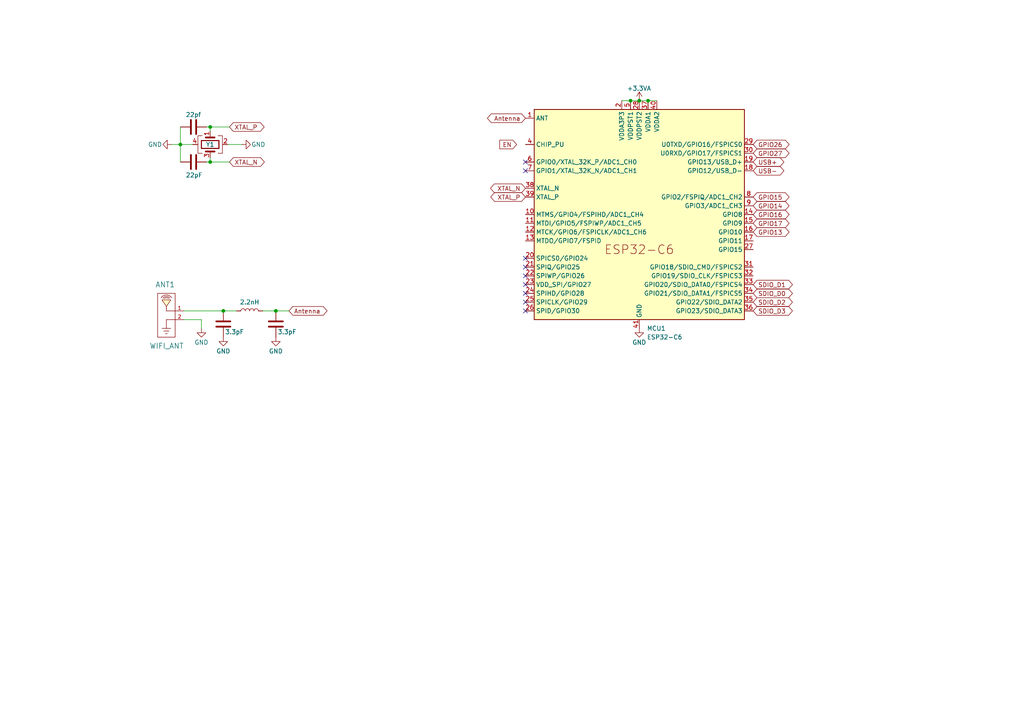
<source format=kicad_sch>
(kicad_sch (version 20231120) (generator "eeschema") (generator_version "8.0")
  (paper "A4")
  (lib_symbols
    (symbol "Device:C" (pin_numbers hide) (pin_names (offset 0.254))
      (property "Reference" "C" (at 0.635 2.54 0))
      (property "Value" "C" (at 0.635 -2.54 0))
      (symbol "C_0_1"
        (polyline (pts (xy -2.032 -0.762) (xy 2.032 -0.762)) (stroke (width 0.508)))
        (polyline (pts (xy -2.032 0.762) (xy 2.032 0.762)) (stroke (width 0.508)))
      )
      (symbol "C_1_1"
        (pin passive line (at 0 3.81 270) (length 2.794) (name "~") (number "1"))
        (pin passive line (at 0 -3.81 90) (length 2.794) (name "~") (number "2"))
      )
    )
    (symbol "Device:Crystal_GND24" (pin_names (offset 1.016) hide)
      (property "Reference" "Y" (at 3.175 5.08 0))
      (property "Value" "Crystal_GND24" (at 3.175 3.175 0))
      (symbol "Crystal_GND24_0_1"
        (rectangle (start -1.143 2.54) (end 1.143 -2.54) (stroke (width 0.3048)))
        (polyline (pts (xy -2.54 0) (xy -2.032 0)))
        (polyline (pts (xy -2.032 -1.27) (xy -2.032 1.27)) (stroke (width 0.508)))
        (polyline (pts (xy 0 -3.81) (xy 0 -3.556)))
        (polyline (pts (xy 0 3.556) (xy 0 3.81)))
        (polyline (pts (xy 2.032 -1.27) (xy 2.032 1.27)) (stroke (width 0.508)))
        (polyline (pts (xy 2.032 0) (xy 2.54 0)))
        (polyline (pts (xy -2.54 -2.286) (xy -2.54 -3.556) (xy 2.54 -3.556) (xy 2.54 -2.286)))
        (polyline (pts (xy -2.54 2.286) (xy -2.54 3.556) (xy 2.54 3.556) (xy 2.54 2.286)))
      )
      (symbol "Crystal_GND24_1_1"
        (pin passive line (at -3.81 0 0) (length 1.27) (name "1") (number "1"))
        (pin passive line (at 0 5.08 270) (length 1.27) (name "2") (number "2"))
        (pin passive line (at 3.81 0 180) (length 1.27) (name "3") (number "3"))
        (pin passive line (at 0 -5.08 90) (length 1.27) (name "4") (number "4"))
      )
    )
    (symbol "Device:L" (pin_numbers hide) (pin_names (offset 1.016) hide)
      (property "Reference" "L" (at -1.27 0 90))
      (property "Value" "L" (at 1.905 0 90))
      (symbol "L_0_1"
        (arc (start 0 -2.54) (mid 0.6323 -1.905) (end 0 -1.27))
        (arc (start 0 -1.27) (mid 0.6323 -0.635) (end 0 0))
        (arc (start 0 0) (mid 0.6323 0.635) (end 0 1.27))
        (arc (start 0 1.27) (mid 0.6323 1.905) (end 0 2.54))
      )
      (symbol "L_1_1"
        (pin passive line (at 0 3.81 270) (length 1.27) (name "1") (number "1"))
        (pin passive line (at 0 -3.81 90) (length 1.27) (name "2") (number "2"))
      )
    )
    (symbol "ESP32-PRO_Rev_B1:GND" (power) (pin_names (offset 0))
      (property "Value" "GND" (at 0 -3.81 0))
      (symbol "GND_0_1"
        (polyline (pts (xy 0 0) (xy 0 -1.27) (xy 1.27 -1.27) (xy 0 -2.54) (xy -1.27 -1.27) (xy 0 -1.27)))
      )
      (symbol "GND_1_1"
        (pin power_in line (at 0 0 270) (length 0) hide (name "GND") (number "1"))
      )
    )
    (symbol "ESP32-PRO_Rev_B1:WIFI_ANT_ESP8266" (pin_names (offset 1.016))
      (property "Reference" "ANT" (at 0 8.89 0))
      (property "Value" "WIFI_ANT_ESP8266" (at 0.254 -6.35 0))
      (symbol "WIFI_ANT_ESP8266_0_1"
        (rectangle (start -2.54 -5.08) (end 2.54 7.62))
        (rectangle (start -2.54 0) (end 0 0))
        (rectangle (start -2.54 2.54) (end 0 2.54))
        (rectangle (start -1.27 -2.54) (end 1.27 -2.54))
        (rectangle (start -0.254 -4.064) (end 0.254 -4.064))
        (rectangle (start 0 0) (end 0 -2.54))
        (polyline (pts (xy 0 3.81) (xy 1.27 5.715) (xy -1.27 5.715) (xy 0 3.81)) (fill (type background)))
        (rectangle (start 0 2.54) (end 0 3.175))
        (rectangle (start 0 3.175) (end 0 3.175))
        (rectangle (start 0 3.175) (end 0 3.81))
        (rectangle (start 0.762 -3.302) (end -0.762 -3.302))
        (arc (start 1.016 6.223) (mid 0 6.731) (end -1.016 6.223))
        (arc (start 1.524 6.35) (mid 0 7.1656) (end -1.524 6.35))
      )
      (symbol "WIFI_ANT_ESP8266_1_1"
        (arc (start 0.635 6.096) (mid 0 6.359) (end -0.635 6.096))
        (pin input line (at -5.08 2.54 0) (length 2.54) (name "~") (number "1"))
        (pin input line (at -5.08 0 0) (length 2.54) (name "~") (number "2"))
      )
    )
    (symbol "ESP32:ESP32-C6"
      (property "Reference" "U" (at -27.94 33.02 0))
      (property "Value" "ESP32-C6" (at 25.4 33.02 0))
      (symbol "ESP32-C6_0_0"
        (text "ESP32-C6" (at 0 -10.16 0) (effects (font (size 2.54 2.54))))
      )
      (symbol "ESP32-C6_0_1"
        (rectangle (start -30.48 30.48) (end 30.48 -30.48) (stroke (width 0.254)) (fill (type background)))
      )
      (symbol "ESP32-C6_1_1"
        (pin bidirectional line (at -33.02 27.94 0) (length 2.54) (name "ANT") (number "1"))
        (pin bidirectional line (at -33.02 0 0) (length 2.54) (name "MTMS/GPIO4/FSPIHD/ADC1_CH4") (number "10"))
        (pin bidirectional line (at -33.02 -2.54 0) (length 2.54) (name "MTDI/GPIO5/FSPIWP/ADC1_CH5") (number "11"))
        (pin bidirectional line (at -33.02 -5.08 0) (length 2.54) (name "MTCK/GPIO6/FSPICLK/ADC1_CH6") (number "12"))
        (pin bidirectional line (at -33.02 -7.62 0) (length 2.54) (name "MTDO/GPIO7/FSPID") (number "13"))
        (pin bidirectional line (at 33.02 0 180) (length 2.54) (name "GPIO8") (number "14"))
        (pin bidirectional line (at 33.02 -2.54 180) (length 2.54) (name "GPIO9") (number "15"))
        (pin bidirectional line (at 33.02 -5.08 180) (length 2.54) (name "GPIO10") (number "16"))
        (pin bidirectional line (at 33.02 -7.62 180) (length 2.54) (name "GPIO11") (number "17"))
        (pin bidirectional line (at 33.02 12.7 180) (length 2.54) (name "GPIO12/USB_D-") (number "18"))
        (pin bidirectional line (at 33.02 15.24 180) (length 2.54) (name "GPIO13/USB_D+") (number "19"))
        (pin power_in line (at -5.08 33.02 270) (length 2.54) (name "VDDA3P3") (number "2"))
        (pin bidirectional line (at -33.02 -12.7 0) (length 2.54) (name "SPICS0/GPIO24") (number "20"))
        (pin bidirectional line (at -33.02 -15.24 0) (length 2.54) (name "SPIQ/GPIO25") (number "21"))
        (pin bidirectional line (at -33.02 -17.78 0) (length 2.54) (name "SPIWP/GPIO26") (number "22"))
        (pin bidirectional line (at -33.02 -20.32 0) (length 2.54) (name "VDD_SPI/GPIO27") (number "23"))
        (pin bidirectional line (at -33.02 -22.86 0) (length 2.54) (name "SPIHD/GPIO28") (number "24"))
        (pin bidirectional line (at -33.02 -25.4 0) (length 2.54) (name "SPICLK/GPIO29") (number "25"))
        (pin bidirectional line (at -33.02 -27.94 0) (length 2.54) (name "SPID/GPIO30") (number "26"))
        (pin bidirectional line (at 33.02 -10.16 180) (length 2.54) (name "GPIO15") (number "27"))
        (pin power_in line (at 0 33.02 270) (length 2.54) (name "VDDPST2") (number "28"))
        (pin bidirectional line (at 33.02 20.32 180) (length 2.54) (name "U0TXD/GPIO16/FSPICS0") (number "29"))
        (pin passive line (at -5.08 33.02 270) (length 2.54) hide (name "VDDA3P3") (number "3"))
        (pin bidirectional line (at 33.02 17.78 180) (length 2.54) (name "U0RXD/GPIO17/FSPICS1") (number "30"))
        (pin bidirectional line (at 33.02 -15.24 180) (length 2.54) (name "GPIO18/SDIO_CMD/FSPICS2") (number "31"))
        (pin bidirectional line (at 33.02 -17.78 180) (length 2.54) (name "GPIO19/SDIO_CLK/FSPICS3") (number "32"))
        (pin bidirectional line (at 33.02 -20.32 180) (length 2.54) (name "GPIO20/SDIO_DATA0/FSPICS4") (number "33"))
        (pin bidirectional line (at 33.02 -22.86 180) (length 2.54) (name "GPIO21/SDIO_DATA1/FSPICS5") (number "34"))
        (pin bidirectional line (at 33.02 -25.4 180) (length 2.54) (name "GPIO22/SDIO_DATA2") (number "35"))
        (pin bidirectional line (at 33.02 -27.94 180) (length 2.54) (name "GPIO23/SDIO_DATA3") (number "36"))
        (pin power_in line (at 2.54 33.02 270) (length 2.54) (name "VDDA1") (number "37"))
        (pin output line (at -33.02 7.62 0) (length 2.54) (name "XTAL_N") (number "38"))
        (pin input line (at -33.02 5.08 0) (length 2.54) (name "XTAL_P") (number "39"))
        (pin input line (at -33.02 20.32 0) (length 2.54) (name "CHIP_PU") (number "4"))
        (pin power_in line (at 5.08 33.02 270) (length 2.54) (name "VDDA2") (number "40"))
        (pin power_in line (at 0 -33.02 90) (length 2.54) (name "GND") (number "41"))
        (pin power_in line (at -2.54 33.02 270) (length 2.54) (name "VDDPST1") (number "5"))
        (pin bidirectional line (at -33.02 15.24 0) (length 2.54) (name "GPIO0/XTAL_32K_P/ADC1_CH0") (number "6"))
        (pin bidirectional line (at -33.02 12.7 0) (length 2.54) (name "GPIO1/XTAL_32K_N/ADC1_CH1") (number "7"))
        (pin bidirectional line (at 33.02 5.08 180) (length 2.54) (name "GPIO2/FSPIQ/ADC1_CH2") (number "8"))
        (pin bidirectional line (at 33.02 2.54 180) (length 2.54) (name "GPIO3/ADC1_CH3") (number "9"))
      )
    )
    (symbol "power:+3.3VA" (power) (pin_numbers hide) (pin_names (offset 0) hide)
      (property "Value" "+3.3VA" (at 0 3.556 0))
      (symbol "+3.3VA_0_1"
        (polyline (pts (xy -0.762 1.27) (xy 0 2.54)))
        (polyline (pts (xy 0 0) (xy 0 2.54)))
        (polyline (pts (xy 0 2.54) (xy 0.762 1.27)))
      )
      (symbol "+3.3VA_1_1"
        (pin power_in line (at 0 0 90) (length 0) (name "~") (number "1"))
      )
    )
  )
  (junction (at 60.96 46.99))
  (junction (at 60.96 36.83))
  (junction (at 185.42 29.21))
  (junction (at 182.88 29.21))
  (junction (at 64.77 90.17))
  (junction (at 52.324 41.91))
  (junction (at 187.96 29.21))
  (junction (at 80.01 90.17))
  (no_connect (at 152.4 90.17))
  (no_connect (at 152.4 74.93))
  (no_connect (at 152.4 80.01))
  (no_connect (at 152.4 87.63))
  (no_connect (at 152.4 46.99))
  (no_connect (at 152.4 85.09))
  (no_connect (at 152.4 82.55))
  (no_connect (at 152.4 77.47))
  (no_connect (at 152.4 49.53))
  (wire (pts (xy 66.548 36.83) (xy 60.96 36.83)))
  (wire (pts (xy 180.34 29.21) (xy 182.88 29.21)))
  (wire (pts (xy 182.88 29.21) (xy 185.42 29.21)))
  (wire (pts (xy 68.58 90.17) (xy 64.77 90.17)))
  (wire (pts (xy 60.96 46.99) (xy 59.944 46.99)))
  (wire (pts (xy 60.96 36.83) (xy 59.944 36.83)))
  (wire (pts (xy 49.784 41.91) (xy 52.324 41.91)))
  (wire (pts (xy 58.42 92.71) (xy 58.42 95.25)))
  (wire (pts (xy 52.324 41.91) (xy 55.88 41.91)))
  (wire (pts (xy 80.01 90.17) (xy 76.2 90.17)))
  (wire (pts (xy 64.77 90.17) (xy 53.34 90.17)))
  (wire (pts (xy 53.34 92.71) (xy 58.42 92.71)))
  (wire (pts (xy 52.324 46.99) (xy 52.324 41.91)))
  (wire (pts (xy 52.324 41.91) (xy 52.324 36.83)))
  (wire (pts (xy 60.96 46.99) (xy 60.96 45.72)))
  (wire (pts (xy 187.96 29.21) (xy 190.5 29.21)))
  (wire (pts (xy 185.42 29.21) (xy 187.96 29.21)))
  (wire (pts (xy 66.04 41.91) (xy 70.104 41.91)))
  (wire (pts (xy 66.548 46.99) (xy 60.96 46.99)))
  (wire (pts (xy 83.82 90.17) (xy 80.01 90.17)))
  (wire (pts (xy 60.96 36.83) (xy 60.96 38.1)))
  (global_label "GPIO26" (shape bidirectional) (at 218.44 41.91 0) (property "Intersheetrefs" "${INTERSHEET_REFS}" (effects (hide yes))))
  (global_label "XTAL_N" (shape bidirectional) (at 152.4 54.61 180) (property "Intersheetrefs" "${INTERSHEET_REFS}" (effects (hide yes))))
  (global_label "XTAL_P" (shape bidirectional) (at 66.548 36.83 0) (property "Intersheetrefs" "${INTERSHEET_REFS}" (effects (hide yes))))
  (global_label "USB+" (shape bidirectional) (at 218.44 46.99 0) (property "Intersheetrefs" "${INTERSHEET_REFS}" (effects (hide yes))))
  (global_label "GPIO13" (shape bidirectional) (at 218.44 67.31 0) (property "Intersheetrefs" "${INTERSHEET_REFS}" (effects (hide yes))))
  (global_label "XTAL_N" (shape bidirectional) (at 66.548 46.99 0) (property "Intersheetrefs" "${INTERSHEET_REFS}" (effects (hide yes))))
  (global_label "SDIO_D1" (shape bidirectional) (at 218.44 82.55 0) (property "Intersheetrefs" "${INTERSHEET_REFS}" (effects (hide yes))))
  (global_label "SDIO_D0" (shape bidirectional) (at 218.44 85.09 0) (property "Intersheetrefs" "${INTERSHEET_REFS}" (effects (hide yes))))
  (global_label "GPIO16" (shape bidirectional) (at 218.44 62.23 0) (property "Intersheetrefs" "${INTERSHEET_REFS}" (effects (hide yes))))
  (global_label "Antenna" (shape bidirectional) (at 83.82 90.17 0) (property "Intersheetrefs" "${INTERSHEET_REFS}" (effects (hide yes))))
  (global_label "SDIO_D3" (shape bidirectional) (at 218.44 90.17 0) (property "Intersheetrefs" "${INTERSHEET_REFS}" (effects (hide yes))))
  (global_label "GPIO27" (shape bidirectional) (at 218.44 44.45 0) (property "Intersheetrefs" "${INTERSHEET_REFS}" (effects (hide yes))))
  (global_label "XTAL_P" (shape bidirectional) (at 152.4 57.15 180) (property "Intersheetrefs" "${INTERSHEET_REFS}" (effects (hide yes))))
  (global_label "GPIO17" (shape bidirectional) (at 218.44 64.77 0) (property "Intersheetrefs" "${INTERSHEET_REFS}" (effects (hide yes))))
  (global_label "Antenna" (shape bidirectional) (at 152.4 34.29 180) (property "Intersheetrefs" "${INTERSHEET_REFS}" (effects (hide yes))))
  (global_label "EN" (shape input) (at 149.86 41.91 180) (property "Intersheetrefs" "${INTERSHEET_REFS}" (effects (hide yes))))
  (global_label "GPIO14" (shape bidirectional) (at 218.44 59.69 0) (property "Intersheetrefs" "${INTERSHEET_REFS}" (effects (hide yes))))
  (global_label "GPIO15" (shape bidirectional) (at 218.44 57.15 0) (property "Intersheetrefs" "${INTERSHEET_REFS}" (effects (hide yes))))
  (global_label "SDIO_D2" (shape bidirectional) (at 218.44 87.63 0) (property "Intersheetrefs" "${INTERSHEET_REFS}" (effects (hide yes))))
  (global_label "USB-" (shape bidirectional) (at 218.44 49.53 0) (property "Intersheetrefs" "${INTERSHEET_REFS}" (effects (hide yes))))
  (symbol (lib_id "power:+3.3VA") (at 185.42 29.21 0) (unit 1)
    (property "Reference" "#PWR0104" (effects (hide yes)))
    (property "Value" "+3.3VA" (at 181.864 25.654 0) (effects (justify left)))
    (property "Description" "Power symbol creates a global label with name \"+3.3VA\"" (effects (hide yes)))
  )
  (symbol (lib_id "ESP32-PRO_Rev_B1:WIFI_ANT_ESP8266") (at 48.26 92.71 0) (mirror y) (unit 1)
    (property "Reference" "ANT1" (at 50.8 82.55 0) (effects (font (size 1.524 1.524)) (justify left)))
    (property "Value" "WIFI_ANT" (at 53.34 100.33 0) (effects (font (size 1.524 1.524)) (justify left)))
    (property "Footprint" "RF_Antenna:Texas_SWRA117D_2.4GHz_Left" (effects (hide yes)))
  )
  (symbol (lib_id "ESP32:ESP32-C6") (at 185.42 62.23 0) (unit 1)
    (property "Reference" "MCU1" (at 187.6141 95.25 0) (effects (justify left)))
    (property "Value" "ESP32-C6" (at 187.6141 97.79 0) (effects (justify left)))
    (property "Footprint" "Package_DFN_QFN:QFN-40-1EP_5x5mm_P0.4mm_EP3.6x3.6mm" (effects (hide yes)))
    (property "Datasheet" "https://www.espressif.com/sites/default/files/documentation/esp32-c6_datasheet_en.pdf" (effects (hide yes)))
    (property "Description" "ESP32C6,ultra-low-power SoC with RISC-V single-core microprocessor,2.4 GHz Wi-Fi 6 (802.11 ax), Bluetooth 5 (LE), Zigbee and Thread (802.15.4),QFN-40" (effects (hide yes)))
  )
  (symbol (lib_id "ESP32-PRO_Rev_B1:GND") (at 64.77 97.79 0) (mirror y) (unit 1)
    (property "Reference" "#PWR083" (effects (hide yes)))
    (property "Value" "GND" (at 64.77 101.854 0))
  )
  (symbol (lib_id "Device:C") (at 56.134 36.83 270) (unit 1)
    (property "Reference" "C4" (effects (hide yes)))
    (property "Value" "22pf" (at 53.848 33.274 90) (effects (justify left)))
    (property "Footprint" "Capacitor_SMD:C_0402_1005Metric" (effects (hide yes)))
    (property "LCSC" " " (effects (hide yes)))
  )
  (symbol (lib_id "Device:C") (at 80.01 93.98 0) (unit 1)
    (property "Reference" "C3" (effects (hide yes)))
    (property "Value" "3.3pF" (at 80.518 96.266 0) (effects (justify left)))
    (property "Footprint" "Capacitor_SMD:C_0201_0603Metric" (effects (hide yes)))
    (property "Description" "GRM0335C1H3R3CA01D" (effects (hide yes)))
  )
  (symbol (lib_id "ESP32-PRO_Rev_B1:GND") (at 185.42 95.25 0) (mirror y) (unit 1)
    (property "Reference" "#PWR0105" (effects (hide yes)))
    (property "Value" "GND" (at 185.42 99.314 0))
  )
  (symbol (lib_id "Device:C") (at 64.77 93.98 0) (unit 1)
    (property "Reference" "C2" (effects (hide yes)))
    (property "Value" "3.3pF" (at 65.278 96.266 0) (effects (justify left)))
    (property "Footprint" "Capacitor_SMD:C_0201_0603Metric" (effects (hide yes)))
    (property "Description" "GRM0335C1H3R3CA01D" (effects (hide yes)))
  )
  (symbol (lib_id "ESP32-PRO_Rev_B1:GND") (at 58.42 95.25 0) (mirror y) (unit 1)
    (property "Reference" "#PWR099" (effects (hide yes)))
    (property "Value" "GND" (at 58.42 99.314 0))
  )
  (symbol (lib_id "ESP32-PRO_Rev_B1:GND") (at 70.104 41.91 90) (unit 1)
    (property "Reference" "#PWR081" (effects (hide yes)))
    (property "Value" "GND" (at 74.93 41.91 90))
  )
  (symbol (lib_id "ESP32-PRO_Rev_B1:GND") (at 49.784 41.91 270) (mirror x) (unit 1)
    (property "Reference" "#PWR082" (effects (hide yes)))
    (property "Value" "GND" (at 44.958 41.91 90))
  )
  (symbol (lib_id "Device:Crystal_GND24") (at 60.96 41.91 270) (unit 1)
    (property "Reference" "Y1" (at 59.69 41.91 90) (effects (justify left)))
    (property "Value" "2016-4P 40MHz" (effects (hide yes)))
    (property "Footprint" "Crystal:Crystal_SMD_2016-4Pin_2.0x1.6mm" (effects (hide yes)))
    (property "LCSC" "OT201640MJBA4SL" (effects (hide yes)))
  )
  (symbol (lib_id "Device:L") (at 72.39 90.17 90) (unit 1)
    (property "Reference" "L1" (effects (hide yes)))
    (property "Value" "2.2nH" (at 72.39 87.63 90))
    (property "Footprint" "Inductor_SMD:L_0201_0603Metric" (effects (hide yes)))
    (property "Description" "LQP03TG2N2B02D" (effects (hide yes)))
  )
  (symbol (lib_id "ESP32-PRO_Rev_B1:GND") (at 80.01 97.79 0) (mirror y) (unit 1)
    (property "Reference" "#PWR0100" (effects (hide yes)))
    (property "Value" "GND" (at 80.01 101.854 0))
  )
  (symbol (lib_id "Device:C") (at 56.134 46.99 270) (unit 1)
    (property "Reference" "C6" (effects (hide yes)))
    (property "Value" "22pF" (at 53.848 50.8 90) (effects (justify left)))
    (property "Footprint" "Capacitor_SMD:C_0402_1005Metric" (effects (hide yes)))
    (property "LCSC" " " (effects (hide yes)))
  )
)
</source>
